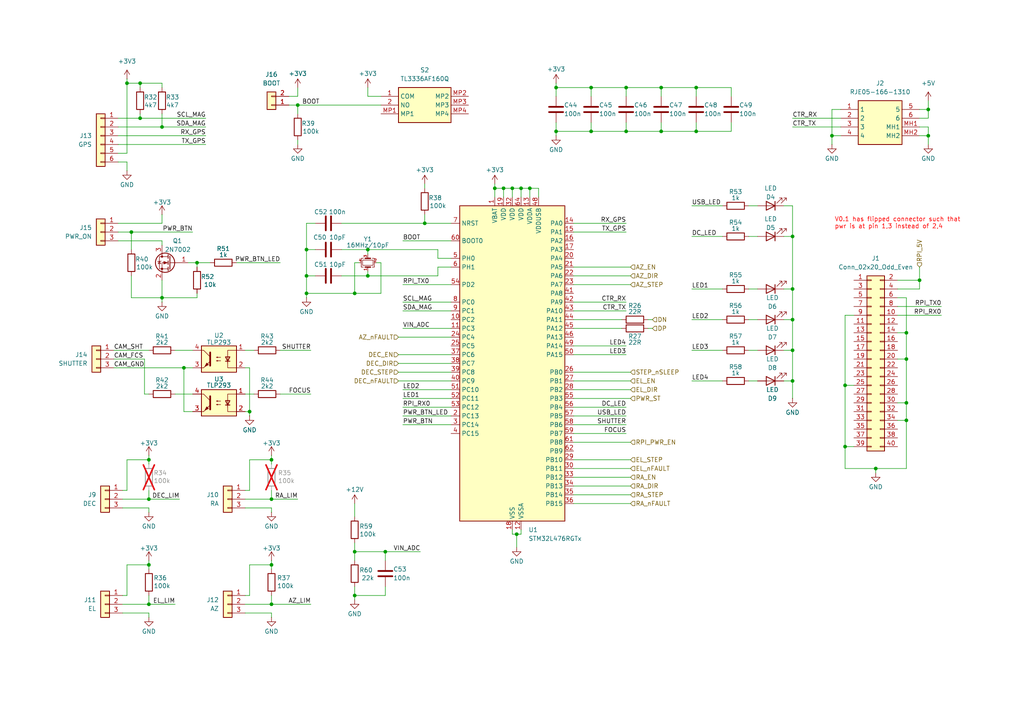
<source format=kicad_sch>
(kicad_sch (version 20250114) (generator "eeschema") (generator_version "9.0")
  (paper "A4")
  (text "V0.1 has flipped connector such that\npwr is at pin 1,3 instead of 2,4" (at 242.062 64.77 0) (effects (font (size 1.27 1.27)) (justify left)))
  (junction (at 102.87 160.02))
  (junction (at 43.18 144.78))
  (junction (at 40.64 34.29))
  (junction (at 229.87 110.49))
  (junction (at 241.3 39.37))
  (junction (at 201.93 38.1))
  (junction (at 269.24 39.37))
  (junction (at 151.13 54.61))
  (junction (at 266.7 81.28))
  (junction (at 43.18 175.26))
  (junction (at 262.89 121.92))
  (junction (at 43.18 163.83))
  (junction (at 40.64 24.13))
  (junction (at 111.76 160.02))
  (junction (at 229.87 83.82))
  (junction (at 191.77 38.1))
  (junction (at 106.68 80.01))
  (junction (at 229.87 68.58))
  (junction (at 57.15 76.2))
  (junction (at 78.74 175.26))
  (junction (at 86.36 30.48))
  (junction (at 148.59 54.61))
  (junction (at 245.11 111.76))
  (junction (at 102.87 85.09))
  (junction (at 181.61 38.1))
  (junction (at 171.45 38.1))
  (junction (at 88.9 85.09))
  (junction (at 38.1 67.31))
  (junction (at 146.05 54.61))
  (junction (at 262.89 104.14))
  (junction (at 254 135.89))
  (junction (at 78.74 163.83))
  (junction (at 262.89 96.52))
  (junction (at 72.39 119.38))
  (junction (at 43.18 133.35))
  (junction (at 78.74 133.35))
  (junction (at 181.61 25.4))
  (junction (at 262.89 116.84))
  (junction (at 78.74 144.78))
  (junction (at 171.45 25.4))
  (junction (at 161.29 38.1))
  (junction (at 269.24 31.75))
  (junction (at 245.11 129.54))
  (junction (at 229.87 92.71))
  (junction (at 153.67 54.61))
  (junction (at 106.68 72.39))
  (junction (at 46.99 86.36))
  (junction (at 191.77 25.4))
  (junction (at 201.93 25.4))
  (junction (at 143.51 54.61))
  (junction (at 88.9 80.01))
  (junction (at 149.86 154.94))
  (junction (at 36.83 24.13))
  (junction (at 102.87 172.72))
  (junction (at 53.34 106.68))
  (junction (at 46.99 36.83))
  (junction (at 88.9 72.39))
  (junction (at 123.19 64.77))
  (junction (at 229.87 101.6))
  (junction (at 161.29 25.4))
  (wire (pts (xy 151.13 54.61) (xy 151.13 57.15)))
  (wire (pts (xy 200.66 110.49) (xy 209.55 110.49)))
  (wire (pts (xy 127 77.47) (xy 127 80.01)))
  (wire (pts (xy 241.3 31.75) (xy 241.3 39.37)))
  (wire (pts (xy 35.56 177.8) (xy 43.18 177.8)))
  (wire (pts (xy 33.02 106.68) (xy 53.34 106.68)))
  (wire (pts (xy 143.51 54.61) (xy 146.05 54.61)))
  (wire (pts (xy 166.37 138.43) (xy 182.88 138.43)))
  (wire (pts (xy 161.29 39.37) (xy 161.29 38.1)))
  (wire (pts (xy 166.37 90.17) (xy 181.61 90.17)))
  (wire (pts (xy 102.87 146.05) (xy 102.87 149.86)))
  (wire (pts (xy 116.84 69.85) (xy 130.81 69.85)))
  (wire (pts (xy 229.87 68.58) (xy 229.87 83.82)))
  (wire (pts (xy 46.99 36.83) (xy 59.69 36.83)))
  (wire (pts (xy 212.09 25.4) (xy 212.09 27.94)))
  (wire (pts (xy 36.83 172.72) (xy 35.56 172.72)))
  (wire (pts (xy 266.7 39.37) (xy 269.24 39.37)))
  (wire (pts (xy 71.12 114.3) (xy 73.66 114.3)))
  (wire (pts (xy 102.87 85.09) (xy 110.49 85.09)))
  (wire (pts (xy 245.11 91.44) (xy 245.11 111.76)))
  (wire (pts (xy 161.29 35.56) (xy 161.29 38.1)))
  (wire (pts (xy 88.9 86.36) (xy 88.9 85.09)))
  (wire (pts (xy 201.93 25.4) (xy 212.09 25.4)))
  (wire (pts (xy 260.35 86.36) (xy 262.89 86.36)))
  (wire (pts (xy 191.77 25.4) (xy 201.93 25.4)))
  (wire (pts (xy 181.61 38.1) (xy 181.61 35.56)))
  (wire (pts (xy 245.11 111.76) (xy 247.65 111.76)))
  (wire (pts (xy 83.82 30.48) (xy 86.36 30.48)))
  (wire (pts (xy 151.13 154.94) (xy 151.13 153.67)))
  (wire (pts (xy 166.37 146.05) (xy 182.88 146.05)))
  (wire (pts (xy 116.84 123.19) (xy 130.81 123.19)))
  (wire (pts (xy 35.56 175.26) (xy 43.18 175.26)))
  (wire (pts (xy 161.29 25.4) (xy 171.45 25.4)))
  (wire (pts (xy 217.17 110.49) (xy 219.71 110.49)))
  (wire (pts (xy 102.87 160.02) (xy 102.87 162.56)))
  (wire (pts (xy 260.35 116.84) (xy 262.89 116.84)))
  (wire (pts (xy 34.29 41.91) (xy 59.69 41.91)))
  (wire (pts (xy 34.29 64.77) (xy 46.99 64.77)))
  (wire (pts (xy 72.39 119.38) (xy 72.39 120.65)))
  (wire (pts (xy 43.18 177.8) (xy 43.18 179.07)))
  (wire (pts (xy 171.45 25.4) (xy 181.61 25.4)))
  (wire (pts (xy 229.87 59.69) (xy 229.87 68.58)))
  (wire (pts (xy 200.66 92.71) (xy 209.55 92.71)))
  (wire (pts (xy 227.33 110.49) (xy 229.87 110.49)))
  (wire (pts (xy 40.64 25.4) (xy 40.64 24.13)))
  (wire (pts (xy 81.28 101.6) (xy 90.17 101.6)))
  (wire (pts (xy 260.35 81.28) (xy 266.7 81.28)))
  (wire (pts (xy 166.37 115.57) (xy 182.88 115.57)))
  (wire (pts (xy 166.37 120.65) (xy 181.61 120.65)))
  (wire (pts (xy 78.74 163.83) (xy 78.74 165.1)))
  (wire (pts (xy 260.35 104.14) (xy 262.89 104.14)))
  (wire (pts (xy 71.12 147.32) (xy 78.74 147.32)))
  (wire (pts (xy 191.77 25.4) (xy 191.77 27.94)))
  (wire (pts (xy 123.19 53.34) (xy 123.19 54.61)))
  (wire (pts (xy 50.8 114.3) (xy 55.88 114.3)))
  (wire (pts (xy 46.99 33.02) (xy 46.99 36.83)))
  (wire (pts (xy 106.68 72.39) (xy 99.06 72.39)))
  (wire (pts (xy 166.37 107.95) (xy 182.88 107.95)))
  (wire (pts (xy 217.17 83.82) (xy 219.71 83.82)))
  (wire (pts (xy 68.58 76.2) (xy 81.28 76.2)))
  (wire (pts (xy 166.37 118.11) (xy 181.61 118.11)))
  (wire (pts (xy 34.29 67.31) (xy 38.1 67.31)))
  (wire (pts (xy 43.18 142.24) (xy 43.18 144.78)))
  (wire (pts (xy 72.39 172.72) (xy 72.39 163.83)))
  (wire (pts (xy 149.86 154.94) (xy 151.13 154.94)))
  (wire (pts (xy 156.21 57.15) (xy 156.21 54.61)))
  (wire (pts (xy 247.65 91.44) (xy 245.11 91.44)))
  (wire (pts (xy 111.76 162.56) (xy 111.76 160.02)))
  (wire (pts (xy 43.18 133.35) (xy 43.18 134.62)))
  (wire (pts (xy 78.74 133.35) (xy 78.74 134.62)))
  (wire (pts (xy 260.35 83.82) (xy 266.7 83.82)))
  (wire (pts (xy 36.83 44.45) (xy 36.83 24.13)))
  (wire (pts (xy 71.12 175.26) (xy 78.74 175.26)))
  (wire (pts (xy 171.45 38.1) (xy 181.61 38.1)))
  (wire (pts (xy 153.67 54.61) (xy 156.21 54.61)))
  (wire (pts (xy 43.18 162.56) (xy 43.18 163.83)))
  (wire (pts (xy 161.29 24.13) (xy 161.29 25.4)))
  (wire (pts (xy 53.34 106.68) (xy 53.34 119.38)))
  (wire (pts (xy 106.68 80.01) (xy 106.68 78.74)))
  (wire (pts (xy 200.66 68.58) (xy 209.55 68.58)))
  (wire (pts (xy 260.35 91.44) (xy 273.05 91.44)))
  (wire (pts (xy 102.87 76.2) (xy 102.87 85.09)))
  (wire (pts (xy 181.61 25.4) (xy 181.61 27.94)))
  (wire (pts (xy 83.82 27.94) (xy 86.36 27.94)))
  (wire (pts (xy 116.84 95.25) (xy 130.81 95.25)))
  (wire (pts (xy 115.57 102.87) (xy 130.81 102.87)))
  (wire (pts (xy 166.37 135.89) (xy 182.88 135.89)))
  (wire (pts (xy 269.24 31.75) (xy 269.24 29.21)))
  (wire (pts (xy 171.45 38.1) (xy 171.45 35.56)))
  (wire (pts (xy 217.17 68.58) (xy 219.71 68.58)))
  (wire (pts (xy 166.37 92.71) (xy 180.34 92.71)))
  (wire (pts (xy 34.29 34.29) (xy 40.64 34.29)))
  (wire (pts (xy 116.84 90.17) (xy 130.81 90.17)))
  (wire (pts (xy 201.93 38.1) (xy 201.93 35.56)))
  (wire (pts (xy 33.02 101.6) (xy 43.18 101.6)))
  (wire (pts (xy 171.45 25.4) (xy 171.45 27.94)))
  (wire (pts (xy 217.17 59.69) (xy 219.71 59.69)))
  (wire (pts (xy 262.89 86.36) (xy 262.89 96.52)))
  (wire (pts (xy 99.06 80.01) (xy 106.68 80.01)))
  (wire (pts (xy 229.87 92.71) (xy 229.87 101.6)))
  (wire (pts (xy 166.37 87.63) (xy 181.61 87.63)))
  (wire (pts (xy 71.12 177.8) (xy 78.74 177.8)))
  (wire (pts (xy 229.87 34.29) (xy 243.84 34.29)))
  (wire (pts (xy 245.11 111.76) (xy 245.11 129.54)))
  (wire (pts (xy 36.83 142.24) (xy 36.83 133.35)))
  (wire (pts (xy 86.36 30.48) (xy 110.49 30.48)))
  (wire (pts (xy 36.83 172.72) (xy 36.83 163.83)))
  (wire (pts (xy 106.68 72.39) (xy 127 72.39)))
  (wire (pts (xy 72.39 106.68) (xy 72.39 119.38)))
  (wire (pts (xy 260.35 121.92) (xy 262.89 121.92)))
  (wire (pts (xy 86.36 27.94) (xy 86.36 25.4)))
  (wire (pts (xy 241.3 39.37) (xy 243.84 39.37)))
  (wire (pts (xy 38.1 67.31) (xy 38.1 72.39)))
  (wire (pts (xy 106.68 27.94) (xy 110.49 27.94)))
  (wire (pts (xy 201.93 25.4) (xy 201.93 27.94)))
  (wire (pts (xy 148.59 54.61) (xy 151.13 54.61)))
  (wire (pts (xy 78.74 177.8) (xy 78.74 179.07)))
  (wire (pts (xy 99.06 64.77) (xy 123.19 64.77)))
  (wire (pts (xy 102.87 85.09) (xy 88.9 85.09)))
  (wire (pts (xy 161.29 25.4) (xy 161.29 27.94)))
  (wire (pts (xy 260.35 96.52) (xy 262.89 96.52)))
  (wire (pts (xy 191.77 38.1) (xy 191.77 35.56)))
  (wire (pts (xy 36.83 46.99) (xy 36.83 49.53)))
  (wire (pts (xy 46.99 86.36) (xy 57.15 86.36)))
  (wire (pts (xy 115.57 97.79) (xy 130.81 97.79)))
  (wire (pts (xy 187.96 92.71) (xy 189.23 92.71)))
  (wire (pts (xy 146.05 54.61) (xy 148.59 54.61)))
  (wire (pts (xy 34.29 69.85) (xy 46.99 69.85)))
  (wire (pts (xy 78.74 142.24) (xy 78.74 144.78)))
  (wire (pts (xy 254 135.89) (xy 254 137.16)))
  (wire (pts (xy 72.39 142.24) (xy 72.39 133.35)))
  (wire (pts (xy 116.84 118.11) (xy 130.81 118.11)))
  (wire (pts (xy 110.49 76.2) (xy 109.22 76.2)))
  (wire (pts (xy 266.7 34.29) (xy 269.24 34.29)))
  (wire (pts (xy 116.84 82.55) (xy 130.81 82.55)))
  (wire (pts (xy 55.88 119.38) (xy 53.34 119.38)))
  (wire (pts (xy 166.37 82.55) (xy 182.88 82.55)))
  (wire (pts (xy 72.39 163.83) (xy 78.74 163.83)))
  (wire (pts (xy 111.76 172.72) (xy 102.87 172.72)))
  (wire (pts (xy 41.91 114.3) (xy 43.18 114.3)))
  (wire (pts (xy 102.87 76.2) (xy 104.14 76.2)))
  (wire (pts (xy 40.64 34.29) (xy 59.69 34.29)))
  (wire (pts (xy 57.15 77.47) (xy 57.15 76.2)))
  (wire (pts (xy 38.1 80.01) (xy 38.1 86.36)))
  (wire (pts (xy 106.68 25.4) (xy 106.68 27.94)))
  (wire (pts (xy 81.28 114.3) (xy 90.17 114.3)))
  (wire (pts (xy 166.37 133.35) (xy 182.88 133.35)))
  (wire (pts (xy 245.11 129.54) (xy 245.11 135.89)))
  (wire (pts (xy 227.33 101.6) (xy 229.87 101.6)))
  (wire (pts (xy 166.37 140.97) (xy 182.88 140.97)))
  (wire (pts (xy 241.3 41.91) (xy 241.3 39.37)))
  (wire (pts (xy 166.37 143.51) (xy 182.88 143.51)))
  (wire (pts (xy 166.37 77.47) (xy 182.88 77.47)))
  (wire (pts (xy 106.68 80.01) (xy 127 80.01)))
  (wire (pts (xy 149.86 154.94) (xy 149.86 158.75)))
  (wire (pts (xy 88.9 72.39) (xy 88.9 64.77)))
  (wire (pts (xy 115.57 107.95) (xy 130.81 107.95)))
  (wire (pts (xy 111.76 170.18) (xy 111.76 172.72)))
  (wire (pts (xy 212.09 38.1) (xy 212.09 35.56)))
  (wire (pts (xy 200.66 101.6) (xy 209.55 101.6)))
  (wire (pts (xy 36.83 163.83) (xy 43.18 163.83)))
  (wire (pts (xy 33.02 104.14) (xy 41.91 104.14)))
  (wire (pts (xy 166.37 64.77) (xy 181.61 64.77)))
  (wire (pts (xy 78.74 132.08) (xy 78.74 133.35)))
  (wire (pts (xy 43.18 175.26) (xy 50.8 175.26)))
  (wire (pts (xy 72.39 142.24) (xy 71.12 142.24)))
  (wire (pts (xy 38.1 67.31) (xy 55.88 67.31)))
  (wire (pts (xy 46.99 86.36) (xy 46.99 87.63)))
  (wire (pts (xy 43.18 163.83) (xy 43.18 165.1)))
  (wire (pts (xy 106.68 73.66) (xy 106.68 72.39)))
  (wire (pts (xy 86.36 40.64) (xy 86.36 41.91)))
  (wire (pts (xy 266.7 36.83) (xy 269.24 36.83)))
  (wire (pts (xy 91.44 72.39) (xy 88.9 72.39)))
  (wire (pts (xy 181.61 38.1) (xy 191.77 38.1)))
  (wire (pts (xy 262.89 121.92) (xy 262.89 135.89)))
  (wire (pts (xy 71.12 144.78) (xy 78.74 144.78)))
  (wire (pts (xy 217.17 92.71) (xy 219.71 92.71)))
  (wire (pts (xy 260.35 88.9) (xy 273.05 88.9)))
  (wire (pts (xy 57.15 86.36) (xy 57.15 85.09)))
  (wire (pts (xy 78.74 175.26) (xy 90.17 175.26)))
  (wire (pts (xy 78.74 162.56) (xy 78.74 163.83)))
  (wire (pts (xy 229.87 110.49) (xy 229.87 115.57)))
  (wire (pts (xy 181.61 25.4) (xy 191.77 25.4)))
  (wire (pts (xy 166.37 67.31) (xy 181.61 67.31)))
  (wire (pts (xy 43.18 172.72) (xy 43.18 175.26)))
  (wire (pts (xy 166.37 125.73) (xy 181.61 125.73)))
  (wire (pts (xy 227.33 92.71) (xy 229.87 92.71)))
  (wire (pts (xy 46.99 81.28) (xy 46.99 86.36)))
  (wire (pts (xy 102.87 172.72) (xy 102.87 173.99)))
  (wire (pts (xy 110.49 76.2) (xy 110.49 85.09)))
  (wire (pts (xy 88.9 72.39) (xy 88.9 80.01)))
  (wire (pts (xy 227.33 68.58) (xy 229.87 68.58)))
  (wire (pts (xy 88.9 85.09) (xy 88.9 80.01)))
  (wire (pts (xy 116.84 120.65) (xy 130.81 120.65)))
  (wire (pts (xy 43.18 132.08) (xy 43.18 133.35)))
  (wire (pts (xy 143.51 54.61) (xy 143.51 57.15)))
  (wire (pts (xy 43.18 144.78) (xy 52.07 144.78)))
  (wire (pts (xy 148.59 154.94) (xy 149.86 154.94)))
  (wire (pts (xy 88.9 64.77) (xy 91.44 64.77)))
  (wire (pts (xy 123.19 62.23) (xy 123.19 64.77)))
  (wire (pts (xy 166.37 95.25) (xy 180.34 95.25)))
  (wire (pts (xy 35.56 147.32) (xy 43.18 147.32)))
  (wire (pts (xy 151.13 54.61) (xy 153.67 54.61)))
  (wire (pts (xy 71.12 106.68) (xy 72.39 106.68)))
  (wire (pts (xy 88.9 80.01) (xy 91.44 80.01)))
  (wire (pts (xy 130.81 77.47) (xy 127 77.47)))
  (wire (pts (xy 201.93 38.1) (xy 212.09 38.1)))
  (wire (pts (xy 217.17 101.6) (xy 219.71 101.6)))
  (wire (pts (xy 115.57 110.49) (xy 130.81 110.49)))
  (wire (pts (xy 40.64 24.13) (xy 36.83 24.13)))
  (wire (pts (xy 36.83 142.24) (xy 35.56 142.24)))
  (wire (pts (xy 111.76 160.02) (xy 121.92 160.02)))
  (wire (pts (xy 43.18 147.32) (xy 43.18 148.59)))
  (wire (pts (xy 127 72.39) (xy 127 74.93)))
  (wire (pts (xy 115.57 105.41) (xy 130.81 105.41)))
  (wire (pts (xy 269.24 39.37) (xy 269.24 41.91)))
  (wire (pts (xy 148.59 153.67) (xy 148.59 154.94)))
  (wire (pts (xy 153.67 54.61) (xy 153.67 57.15)))
  (wire (pts (xy 40.64 33.02) (xy 40.64 34.29)))
  (wire (pts (xy 269.24 36.83) (xy 269.24 39.37)))
  (wire (pts (xy 41.91 104.14) (xy 41.91 114.3)))
  (wire (pts (xy 53.34 106.68) (xy 55.88 106.68)))
  (wire (pts (xy 262.89 135.89) (xy 254 135.89)))
  (wire (pts (xy 166.37 80.01) (xy 182.88 80.01)))
  (wire (pts (xy 245.11 135.89) (xy 254 135.89)))
  (wire (pts (xy 269.24 34.29) (xy 269.24 31.75)))
  (wire (pts (xy 71.12 119.38) (xy 72.39 119.38)))
  (wire (pts (xy 262.89 116.84) (xy 262.89 121.92)))
  (wire (pts (xy 72.39 172.72) (xy 71.12 172.72)))
  (wire (pts (xy 166.37 113.03) (xy 182.88 113.03)))
  (wire (pts (xy 46.99 64.77) (xy 46.99 62.23)))
  (wire (pts (xy 116.84 87.63) (xy 130.81 87.63)))
  (wire (pts (xy 36.83 133.35) (xy 43.18 133.35)))
  (wire (pts (xy 266.7 81.28) (xy 266.7 77.47)))
  (wire (pts (xy 102.87 157.48) (xy 102.87 160.02)))
  (wire (pts (xy 123.19 64.77) (xy 130.81 64.77)))
  (wire (pts (xy 262.89 104.14) (xy 262.89 116.84)))
  (wire (pts (xy 146.05 54.61) (xy 146.05 57.15)))
  (wire (pts (xy 78.74 144.78) (xy 86.36 144.78)))
  (wire (pts (xy 73.66 101.6) (xy 71.12 101.6)))
  (wire (pts (xy 166.37 128.27) (xy 182.88 128.27)))
  (wire (pts (xy 34.29 39.37) (xy 59.69 39.37)))
  (wire (pts (xy 148.59 54.61) (xy 148.59 57.15)))
  (wire (pts (xy 166.37 102.87) (xy 181.61 102.87)))
  (wire (pts (xy 46.99 25.4) (xy 46.99 24.13)))
  (wire (pts (xy 102.87 170.18) (xy 102.87 172.72)))
  (wire (pts (xy 46.99 24.13) (xy 40.64 24.13)))
  (wire (pts (xy 243.84 31.75) (xy 241.3 31.75)))
  (wire (pts (xy 102.87 160.02) (xy 111.76 160.02)))
  (wire (pts (xy 166.37 100.33) (xy 181.61 100.33)))
  (wire (pts (xy 245.11 129.54) (xy 247.65 129.54)))
  (wire (pts (xy 35.56 144.78) (xy 43.18 144.78)))
  (wire (pts (xy 54.61 76.2) (xy 57.15 76.2)))
  (wire (pts (xy 78.74 172.72) (xy 78.74 175.26)))
  (wire (pts (xy 34.29 46.99) (xy 36.83 46.99)))
  (wire (pts (xy 161.29 38.1) (xy 171.45 38.1)))
  (wire (pts (xy 86.36 30.48) (xy 86.36 33.02)))
  (wire (pts (xy 143.51 53.34) (xy 143.51 54.61)))
  (wire (pts (xy 34.29 36.83) (xy 46.99 36.83)))
  (wire (pts (xy 57.15 76.2) (xy 60.96 76.2)))
  (wire (pts (xy 36.83 22.86) (xy 36.83 24.13)))
  (wire (pts (xy 266.7 31.75) (xy 269.24 31.75)))
  (wire (pts (xy 191.77 38.1) (xy 201.93 38.1)))
  (wire (pts (xy 227.33 83.82) (xy 229.87 83.82)))
  (wire (pts (xy 187.96 95.25) (xy 189.23 95.25)))
  (wire (pts (xy 166.37 110.49) (xy 182.88 110.49)))
  (wire (pts (xy 200.66 59.69) (xy 209.55 59.69)))
  (wire (pts (xy 116.84 115.57) (xy 130.81 115.57)))
  (wire (pts (xy 38.1 86.36) (xy 46.99 86.36)))
  (wire (pts (xy 50.8 101.6) (xy 55.88 101.6)))
  (wire (pts (xy 46.99 69.85) (xy 46.99 71.12)))
  (wire (pts (xy 78.74 147.32) (xy 78.74 148.59)))
  (wire (pts (xy 116.84 113.03) (xy 130.81 113.03)))
  (wire (pts (xy 34.29 44.45) (xy 36.83 44.45)))
  (wire (pts (xy 262.89 96.52) (xy 262.89 104.14)))
  (wire (pts (xy 229.87 36.83) (xy 243.84 36.83)))
  (wire (pts (xy 229.87 101.6) (xy 229.87 110.49)))
  (wire (pts (xy 72.39 133.35) (xy 78.74 133.35)))
  (wire (pts (xy 127 74.93) (xy 130.81 74.93)))
  (wire (pts (xy 166.37 123.19) (xy 181.61 123.19)))
  (wire (pts (xy 200.66 83.82) (xy 209.55 83.82)))
  (wire (pts (xy 229.87 83.82) (xy 229.87 92.71)))
  (wire (pts (xy 266.7 83.82) (xy 266.7 81.28)))
  (wire (pts (xy 227.33 59.69) (xy 229.87 59.69)))
  (label "RPI_RX0" (at 273.05 91.44 180))
  (label "AZ_LIM" (at 90.17 175.26 180))
  (label "USB_LED" (at 181.61 120.65 180))
  (label "RX_GPS" (at 59.69 39.37 180))
  (label "CAM_GND" (at 33.02 106.68 0))
  (label "RX_GPS" (at 181.61 64.77 180))
  (label "DC_LED" (at 181.61 118.11 180))
  (label "FOCUS" (at 181.61 125.73 180))
  (label "CTR_RX" (at 229.87 34.29 0))
  (label "PWR_BTN_LED" (at 116.84 120.65 0))
  (label "PWR_BTN" (at 116.84 123.19 0))
  (label "LED1" (at 116.84 115.57 0))
  (label "CTR_TX" (at 229.87 36.83 0))
  (label "TX_GPS" (at 181.61 67.31 180))
  (label "EL_LIM" (at 50.8 175.26 180))
  (label "LED2" (at 116.84 113.03 0))
  (label "DC_LED" (at 200.66 68.58 0))
  (label "CAM_FCS" (at 33.02 104.14 0))
  (label "RPI_TX0" (at 273.05 88.9 180))
  (label "FOCUS" (at 90.17 114.3 180))
  (label "SCL_MAG" (at 59.69 34.29 180))
  (label "BOOT" (at 92.71 30.48 180))
  (label "LED3" (at 200.66 101.6 0))
  (label "DEC_LIM" (at 52.07 144.78 180))
  (label "RA_LIM" (at 86.36 144.78 180))
  (label "RPI_TX0" (at 116.84 82.55 0))
  (label "VIN_ADC" (at 116.84 95.25 0))
  (label "LED4" (at 181.61 100.33 180))
  (label "RPI_RX0" (at 116.84 118.11 0))
  (label "VIN_ADC" (at 121.92 160.02 180))
  (label "PWR_BTN" (at 55.88 67.31 180))
  (label "LED1" (at 200.66 83.82 0))
  (label "LED3" (at 181.61 102.87 180))
  (label "LED2" (at 200.66 92.71 0))
  (label "CAM_SHT" (at 33.02 101.6 0))
  (label "SHUTTER" (at 181.61 123.19 180))
  (label "SDA_MAG" (at 116.84 90.17 0))
  (label "PWR_BTN_LED" (at 81.28 76.2 180))
  (label "SHUTTER" (at 90.17 101.6 180))
  (label "CTR_RX" (at 181.61 87.63 180))
  (label "CTR_TX" (at 181.61 90.17 180))
  (label "USB_LED" (at 200.66 59.69 0))
  (label "SDA_MAG" (at 59.69 36.83 180))
  (label "BOOT" (at 116.84 69.85 0))
  (label "TX_GPS" (at 59.69 41.91 180))
  (label "SCL_MAG" (at 116.84 87.63 0))
  (label "LED4" (at 200.66 110.49 0))
  (hierarchical_label "EL_EN" (shape input) (at 182.88 110.49 0))
  (hierarchical_label "DEC_nFAULT" (shape input) (at 115.57 110.49 180))
  (hierarchical_label "AZ_STEP" (shape input) (at 182.88 82.55 0))
  (hierarchical_label "DEC_DIR" (shape input) (at 115.57 105.41 180))
  (hierarchical_label "RA_STEP" (shape input) (at 182.88 143.51 0))
  (hierarchical_label "RA_nFAULT" (shape input) (at 182.88 146.05 0))
  (hierarchical_label "EL_nFAULT" (shape input) (at 182.88 135.89 0))
  (hierarchical_label "AZ_EN" (shape input) (at 182.88 77.47 0))
  (hierarchical_label "AZ_DIR" (shape input) (at 182.88 80.01 0))
  (hierarchical_label "DEC_EN" (shape input) (at 115.57 102.87 180))
  (hierarchical_label "RA_DIR" (shape input) (at 182.88 140.97 0))
  (hierarchical_label "RPI_PWR_EN" (shape input) (at 182.88 128.27 0))
  (hierarchical_label "RA_EN" (shape input) (at 182.88 138.43 0))
  (hierarchical_label "DN" (shape input) (at 189.23 92.71 0))
  (hierarchical_label "RPI_5V" (shape input) (at 266.7 77.47 90))
  (hierarchical_label "EL_DIR" (shape input) (at 182.88 113.03 0))
  (hierarchical_label "AZ_nFAULT" (shape input) (at 115.57 97.79 180))
  (hierarchical_label "STEP_nSLEEP" (shape input) (at 182.88 107.95 0))
  (hierarchical_label "EL_STEP" (shape input) (at 182.88 133.35 0))
  (hierarchical_label "DP" (shape input) (at 189.23 95.25 0))
  (hierarchical_label "PWR_ST" (shape input) (at 182.88 115.57 0))
  (hierarchical_label "DEC_STEP" (shape input) (at 115.57 107.95 180))
  (symbol (lib_id "power:GND") (at 102.87 173.99 0) (mirror y) (unit 1)
    (property "Reference" "#PWR085" (effects (hide yes)))
    (property "Value" "GND" (at 102.87 178.054 0))
    (property "Description" "Power symbol creates a global label with name \"GND\" , ground" (effects (hide yes)))
  )
  (symbol (lib_id "Connector_Generic:Conn_01x03") (at 66.04 175.26 0) (mirror y) (unit 1)
    (property "Reference" "J12" (at 63.5 173.9899 0) (effects (justify left)))
    (property "Value" "AZ" (at 63.5 176.5299 0) (effects (justify left)))
    (property "Footprint" "Connector_JST:JST_PH_B3B-PH-K_1x03_P2.00mm_Vertical" (effects (hide yes)))
    (property "Description" "Generic connector, single row, 01x03, script generated (kicad-library-utils/schlib/autogen/connector/)" (effects (hide yes)))
  )
  (symbol (lib_id "Device:C") (at 191.77 31.75 0) (unit 1)
    (property "Reference" "C47" (at 194.056 30.48 0) (effects (justify left)))
    (property "Value" "100n" (at 194.056 33.02 0) (effects (justify left)))
    (property "Footprint" "Capacitor_SMD:C_0402_1005Metric" (effects (hide yes)))
    (property "Description" "Unpolarized capacitor" (effects (hide yes)))
  )
  (symbol (lib_id "power:GND") (at 36.83 49.53 0) (mirror y) (unit 1)
    (property "Reference" "#PWR062" (effects (hide yes)))
    (property "Value" "GND" (at 36.83 53.594 0))
    (property "Description" "Power symbol creates a global label with name \"GND\" , ground" (effects (hide yes)))
  )
  (symbol (lib_id "Transistor_FET:2N7002") (at 49.53 76.2 0) (mirror y) (unit 1)
    (property "Reference" "Q1" (at 52.832 69.85 0) (effects (justify left)))
    (property "Value" "2N7002" (at 55.372 72.39 0) (effects (justify left)))
    (property "Footprint" "Package_TO_SOT_SMD:SOT-323_SC-70" (effects (hide yes)))
    (property "Datasheet" "https://www.onsemi.com/pub/Collateral/NDS7002A-D.PDF" (effects (hide yes)))
    (property "Description" "0.115A Id, 60V Vds, N-Channel MOSFET, SOT-23" (effects (hide yes)))
  )
  (symbol (lib_id "power:+12V") (at 102.87 146.05 0) (unit 1)
    (property "Reference" "#PWR084" (effects (hide yes)))
    (property "Value" "+12V" (at 102.87 141.986 0))
    (property "Description" "Power symbol creates a global label with name \"+12V\"" (effects (hide yes)))
  )
  (symbol (lib_id "power:GND") (at 88.9 86.36 0) (mirror y) (unit 1)
    (property "Reference" "#PWR061" (effects (hide yes)))
    (property "Value" "GND" (at 88.9 90.424 0))
    (property "Description" "Power symbol creates a global label with name \"GND\" , ground" (effects (hide yes)))
  )
  (symbol (lib_id "power:+3V3") (at 143.51 53.34 0) (unit 1)
    (property "Reference" "#PWR057" (effects (hide yes)))
    (property "Value" "+3V3" (at 143.51 49.276 0))
    (property "Description" "Power symbol creates a global label with name \"+3V3\"" (effects (hide yes)))
  )
  (symbol (lib_id "Connector_Generic:Conn_02x20_Odd_Even") (at 252.73 104.14 0) (unit 1)
    (property "Reference" "J1" (at 254 74.93 0))
    (property "Value" "Conn_02x20_Odd_Even" (at 254 77.47 0))
    (property "Footprint" "Connector_PinSocket_2.54mm:PinSocket_2x20_P2.54mm_Vertical" (effects (hide yes)))
    (property "Description" "Generic connector, double row, 02x20, odd/even pin numbering scheme (row 1 odd numbers, row 2 even numbers), script generated (kicad-library-utils/schlib/autogen/connector/)" (effects (hide yes)))
  )
  (symbol (lib_id "Device:R") (at 46.99 101.6 270) (unit 1)
    (property "Reference" "R41" (at 46.99 97.536 90))
    (property "Value" "2k2" (at 46.99 99.314 90))
    (property "Footprint" "Resistor_SMD:R_0402_1005Metric" (effects (hide yes)))
    (property "Description" "Resistor" (effects (hide yes)))
  )
  (symbol (lib_id "power:GND") (at 72.39 120.65 0) (mirror y) (unit 1)
    (property "Reference" "#PWR079" (effects (hide yes)))
    (property "Value" "GND" (at 72.39 124.714 0))
    (property "Description" "Power symbol creates a global label with name \"GND\" , ground" (effects (hide yes)))
  )
  (symbol (lib_id "Device:LED") (at 223.52 110.49 180) (unit 1)
    (property "Reference" "D9" (at 224.028 115.57 0))
    (property "Value" "LED" (at 224.028 113.03 0))
    (property "Footprint" "LED_SMD:LED_0603_1608Metric" (effects (hide yes)))
    (property "Description" "Light emitting diode" (effects (hide yes)))
    (property "Sim.Pins" "1=K 2=A" (effects (hide yes)))
  )
  (symbol (lib_id "Device:R") (at 102.87 166.37 0) (unit 1)
    (property "Reference" "R60" (at 106.172 165.354 0))
    (property "Value" "22k" (at 106.68 167.64 0))
    (property "Footprint" "Resistor_SMD:R_0402_1005Metric" (effects (hide yes)))
    (property "Description" "Resistor" (effects (hide yes)))
  )
  (symbol (lib_id "power:+3V3") (at 106.68 25.4 0) (unit 1)
    (property "Reference" "#PWR081" (effects (hide yes)))
    (property "Value" "+3V3" (at 106.68 21.336 0))
    (property "Description" "Power symbol creates a global label with name \"+3V3\"" (effects (hide yes)))
  )
  (symbol (lib_id "Device:C") (at 201.93 31.75 0) (unit 1)
    (property "Reference" "C48" (at 204.216 30.48 0) (effects (justify left)))
    (property "Value" "100n" (at 204.216 33.02 0) (effects (justify left)))
    (property "Footprint" "Capacitor_SMD:C_0402_1005Metric" (effects (hide yes)))
    (property "Description" "Unpolarized capacitor" (effects (hide yes)))
  )
  (symbol (lib_id "Device:C") (at 161.29 31.75 0) (unit 1)
    (property "Reference" "C44" (at 163.576 30.48 0) (effects (justify left)))
    (property "Value" "100n" (at 163.576 33.02 0) (effects (justify left)))
    (property "Footprint" "Capacitor_SMD:C_0402_1005Metric" (effects (hide yes)))
    (property "Description" "Unpolarized capacitor" (effects (hide yes)))
  )
  (symbol (lib_id "power:+3V3") (at 36.83 22.86 0) (unit 1)
    (property "Reference" "#PWR063" (effects (hide yes)))
    (property "Value" "+3V3" (at 36.83 17.78 0))
    (property "Description" "Power symbol creates a global label with name \"+3V3\"" (effects (hide yes)))
  )
  (symbol (lib_id "power:GND") (at 78.74 148.59 0) (mirror y) (unit 1)
    (property "Reference" "#PWR071" (effects (hide yes)))
    (property "Value" "GND" (at 78.74 152.654 0))
    (property "Description" "Power symbol creates a global label with name \"GND\" , ground" (effects (hide yes)))
  )
  (symbol (lib_id "power:+3V3") (at 123.19 53.34 0) (unit 1)
    (property "Reference" "#PWR073" (effects (hide yes)))
    (property "Value" "+3V3" (at 123.19 49.276 0))
    (property "Description" "Power symbol creates a global label with name \"+3V3\"" (effects (hide yes)))
  )
  (symbol (lib_id "Device:R") (at 77.47 114.3 270) (unit 1)
    (property "Reference" "R44" (at 77.47 110.236 90))
    (property "Value" "2k2" (at 77.47 112.014 90))
    (property "Footprint" "Resistor_SMD:R_0402_1005Metric" (effects (hide yes)))
    (property "Description" "Resistor" (effects (hide yes)))
  )
  (symbol (lib_id "Device:R") (at 38.1 76.2 180) (unit 1)
    (property "Reference" "R40" (at 41.148 75.184 0))
    (property "Value" "100k" (at 41.91 77.47 0))
    (property "Footprint" "Resistor_SMD:R_0402_1005Metric" (effects (hide yes)))
    (property "Description" "Resistor" (effects (hide yes)))
  )
  (symbol (lib_id "MCU_ST_STM32L4:STM32L476RGTx") (at 148.59 105.41 0) (unit 1)
    (property "Reference" "U1" (at 153.2733 153.67 0) (effects (justify left)))
    (property "Value" "STM32L476RGTx" (at 153.2733 156.21 0) (effects (justify left)))
    (property "Footprint" "Package_QFP:LQFP-64_10x10mm_P0.5mm" (effects (hide yes)))
    (property "Datasheet" "https://www.st.com/resource/en/datasheet/stm32l476rg.pdf" (effects (hide yes)))
    (property "Description" "STMicroelectronics Arm Cortex-M4 MCU, 1024KB flash, 128KB RAM, 80 MHz, 1.71-3.6V, 51 GPIO, LQFP64" (effects (hide yes)))
  )
  (symbol (lib_id "Device:C") (at 95.25 72.39 90) (unit 1)
    (property "Reference" "C50" (at 94.742 68.834 90) (effects (justify left)))
    (property "Value" "10pF" (at 100.33 68.834 90) (effects (justify left)))
    (property "Footprint" "Capacitor_SMD:C_0402_1005Metric" (effects (hide yes)))
    (property "Description" "Unpolarized capacitor" (effects (hide yes)))
  )
  (symbol (lib_id "power:GND") (at 149.86 158.75 0) (mirror y) (unit 1)
    (property "Reference" "#PWR056" (effects (hide yes)))
    (property "Value" "GND" (at 149.86 162.814 0))
    (property "Description" "Power symbol creates a global label with name \"GND\" , ground" (effects (hide yes)))
  )
  (symbol (lib_id "power:GND") (at 254 137.16 0) (mirror y) (unit 1)
    (property "Reference" "#PWR060" (effects (hide yes)))
    (property "Value" "GND" (at 254 141.224 0))
    (property "Description" "Power symbol creates a global label with name \"GND\" , ground" (effects (hide yes)))
  )
  (symbol (lib_id "Device:R") (at 213.36 110.49 270) (unit 1)
    (property "Reference" "R58" (at 213.36 106.426 90))
    (property "Value" "1k" (at 213.36 108.204 90))
    (property "Footprint" "Resistor_SMD:R_0402_1005Metric" (effects (hide yes)))
    (property "Description" "Resistor" (effects (hide yes)))
  )
  (symbol (lib_id "power:GND") (at 161.29 39.37 0) (mirror y) (unit 1)
    (property "Reference" "#PWR059" (effects (hide yes)))
    (property "Value" "GND" (at 161.29 43.434 0))
    (property "Description" "Power symbol creates a global label with name \"GND\" , ground" (effects (hide yes)))
  )
  (symbol (lib_id "power:GND") (at 229.87 115.57 0) (mirror y) (unit 1)
    (property "Reference" "#PWR082" (effects (hide yes)))
    (property "Value" "GND" (at 229.87 119.634 0))
    (property "Description" "Power symbol creates a global label with name \"GND\" , ground" (effects (hide yes)))
  )
  (symbol (lib_id "power:+3V3") (at 43.18 162.56 0) (unit 1)
    (property "Reference" "#PWR067" (effects (hide yes)))
    (property "Value" "+3V3" (at 43.18 159.004 0))
    (property "Description" "Power symbol creates a global label with name \"+3V3\"" (effects (hide yes)))
  )
  (symbol (lib_id "Device:R") (at 102.87 153.67 0) (unit 1)
    (property "Reference" "R59" (at 106.172 152.654 0))
    (property "Value" "100k" (at 106.68 154.94 0))
    (property "Footprint" "Resistor_SMD:R_0402_1005Metric" (effects (hide yes)))
    (property "Description" "Resistor" (effects (hide yes)))
  )
  (symbol (lib_id "power:+5V") (at 269.24 29.21 0) (mirror y) (unit 1)
    (property "Reference" "#PWR077" (effects (hide yes)))
    (property "Value" "+5V" (at 269.24 24.13 0))
    (property "Description" "Power symbol creates a global label with name \"+5V\"" (effects (hide yes)))
  )
  (symbol (lib_id "Device:R") (at 43.18 168.91 0) (unit 1)
    (property "Reference" "R36" (at 46.482 167.64 0))
    (property "Value" "100k" (at 46.99 169.926 0))
    (property "Footprint" "Resistor_SMD:R_0402_1005Metric" (effects (hide yes)))
    (property "Description" "Resistor" (effects (hide yes)))
  )
  (symbol (lib_id "Device:R") (at 86.36 36.83 180) (unit 1)
    (property "Reference" "R39" (at 89.408 35.814 0))
    (property "Value" "100k" (at 90.17 38.1 0))
    (property "Footprint" "Resistor_SMD:R_0402_1005Metric" (effects (hide yes)))
    (property "Description" "Resistor" (effects (hide yes)))
  )
  (symbol (lib_id "Device:R") (at 213.36 83.82 270) (unit 1)
    (property "Reference" "R55" (at 213.36 79.756 90))
    (property "Value" "1k" (at 213.36 81.534 90))
    (property "Footprint" "Resistor_SMD:R_0402_1005Metric" (effects (hide yes)))
    (property "Description" "Resistor" (effects (hide yes)))
  )
  (symbol (lib_id "Device:LED") (at 223.52 92.71 180) (unit 1)
    (property "Reference" "D7" (at 224.028 97.79 0))
    (property "Value" "LED" (at 224.028 95.25 0))
    (property "Footprint" "LED_SMD:LED_0603_1608Metric" (effects (hide yes)))
    (property "Description" "Light emitting diode" (effects (hide yes)))
    (property "Sim.Pins" "1=K 2=A" (effects (hide yes)))
  )
  (symbol (lib_id "Device:R") (at 78.74 138.43 0) (unit 1) (dnp yes)
    (property "Reference" "R35" (at 82.55 137.16 0))
    (property "Value" "100k" (at 83.058 139.446 0))
    (property "Footprint" "Resistor_SMD:R_0402_1005Metric" (effects (hide yes)))
    (property "Description" "Resistor" (effects (hide yes)))
  )
  (symbol (lib_id "Device:R") (at 64.77 76.2 270) (unit 1)
    (property "Reference" "R51" (at 64.77 72.136 90))
    (property "Value" "1k" (at 64.77 73.914 90))
    (property "Footprint" "Resistor_SMD:R_0402_1005Metric" (effects (hide yes)))
    (property "Description" "Resistor" (effects (hide yes)))
  )
  (symbol (lib_id "Device:R") (at 213.36 59.69 270) (unit 1)
    (property "Reference" "R53" (at 213.36 55.626 90))
    (property "Value" "1k" (at 213.36 57.404 90))
    (property "Footprint" "Resistor_SMD:R_0402_1005Metric" (effects (hide yes)))
    (property "Description" "Resistor" (effects (hide yes)))
  )
  (symbol (lib_id "Device:R") (at 43.18 138.43 0) (unit 1) (dnp yes)
    (property "Reference" "R34" (at 46.482 137.16 0))
    (property "Value" "100k" (at 46.99 139.446 0))
    (property "Footprint" "Resistor_SMD:R_0402_1005Metric" (effects (hide yes)))
    (property "Description" "Resistor" (effects (hide yes)))
  )
  (symbol (lib_id "Device:R") (at 184.15 95.25 90) (unit 1)
    (property "Reference" "R27" (at 184.15 97.536 90))
    (property "Value" "22R" (at 184.15 99.314 90))
    (property "Footprint" "Resistor_SMD:R_0402_1005Metric" (effects (hide yes)))
    (property "Description" "Resistor" (effects (hide yes)))
  )
  (symbol (lib_id "Device:R") (at 46.99 29.21 180) (unit 1)
    (property "Reference" "R33" (at 50.038 28.194 0))
    (property "Value" "4k7" (at 50.038 30.48 0))
    (property "Footprint" "Resistor_SMD:R_0402_1005Metric" (effects (hide yes)))
    (property "Description" "Resistor" (effects (hide yes)))
  )
  (symbol (lib_id "SamacSys_Parts:TL3336AF160Q") (at 110.49 27.94 0) (unit 1)
    (property "Reference" "S2" (at 123.19 20.32 0))
    (property "Value" "TL3336AF160Q" (at 123.19 22.86 0))
    (property "Footprint" "TL3336AF160Q" (effects (hide yes)))
    (property "Datasheet" "https://configured-product-images.s3.amazonaws.com/2D/specs/TL3336AF160Q.pdf" (effects (hide yes)))
    (property "Description" "TACT, 50mA, 12VDC SPST-NO, Off-(On) Surface Mount, Right Angle" (effects (hide yes)))
    (property "Height" "7.35" (effects (hide yes)))
    (property "Mouser Part Number" "612-TL3336AF160Q" (effects (hide yes)))
    (property "Mouser Price/Stock" "https://www.mouser.co.uk/ProductDetail/E-Switch/TL3336AF160Q?qs=iLbezkQI%252Bshf0NMs3%252BGhxA%3D%3D" (effects (hide yes)))
    (property "Manufacturer_Name" "E-Switch" (effects (hide yes)))
    (property "Manufacturer_Part_Number" "TL3336AF160Q" (effects (hide yes)))
  )
  (symbol (lib_id "Device:R") (at 213.36 101.6 270) (unit 1)
    (property "Reference" "R57" (at 213.36 97.536 90))
    (property "Value" "1k" (at 213.36 99.314 90))
    (property "Footprint" "Resistor_SMD:R_0402_1005Metric" (effects (hide yes)))
    (property "Description" "Resistor" (effects (hide yes)))
  )
  (symbol (lib_id "Isolator:TLP293") (at 63.5 104.14 0) (mirror y) (unit 1)
    (property "Reference" "U2" (at 63.5 97.282 0))
    (property "Value" "TLP293" (at 63.5 99.314 0))
    (property "Footprint" "Package_SO:SOIC-4_4.55x2.6mm_P1.27mm" (effects (hide yes)))
    (property "Datasheet" "https://toshiba.semicon-storage.com/info/TLP293_datasheet_en_20191129.pdf?did=14419&prodName=TLP293" (effects (hide yes)))
    (property "Description" "DC Optocoupler, Vce 80V, CTR 50-100%, SOP4" (effects (hide yes)))
  )
  (symbol (lib_id "Connector_Generic:Conn_01x03") (at 66.04 144.78 0) (mirror y) (unit 1)
    (property "Reference" "J10" (at 63.5 143.5099 0) (effects (justify left)))
    (property "Value" "RA" (at 63.5 146.0499 0) (effects (justify left)))
    (property "Footprint" "Connector_JST:JST_PH_B3B-PH-K_1x03_P2.00mm_Vertical" (effects (hide yes)))
    (property "Description" "Generic connector, single row, 01x03, script generated (kicad-library-utils/schlib/autogen/connector/)" (effects (hide yes)))
  )
  (symbol (lib_id "Connector_Generic:Conn_01x06") (at 29.21 39.37 0) (mirror y) (unit 1)
    (property "Reference" "J13" (at 26.67 39.3699 0) (effects (justify left)))
    (property "Value" "GPS" (at 26.67 41.9099 0) (effects (justify left)))
    (property "Footprint" "Connector_JST:JST_PH_B6B-PH-K_1x06_P2.00mm_Vertical" (effects (hide yes)))
    (property "Description" "Generic connector, single row, 01x06, script generated (kicad-library-utils/schlib/autogen/connector/)" (effects (hide yes)))
  )
  (symbol (lib_id "Device:R") (at 40.64 29.21 180) (unit 1)
    (property "Reference" "R32" (at 43.688 28.194 0))
    (property "Value" "4k7" (at 43.688 30.48 0))
    (property "Footprint" "Resistor_SMD:R_0402_1005Metric" (effects (hide yes)))
    (property "Description" "Resistor" (effects (hide yes)))
  )
  (symbol (lib_id "Device:LED") (at 223.52 83.82 180) (unit 1)
    (property "Reference" "D6" (at 224.028 88.9 0))
    (property "Value" "LED" (at 224.028 86.36 0))
    (property "Footprint" "LED_SMD:LED_0603_1608Metric" (effects (hide yes)))
    (property "Description" "Light emitting diode" (effects (hide yes)))
    (property "Sim.Pins" "1=K 2=A" (effects (hide yes)))
  )
  (symbol (lib_id "power:+3V3") (at 78.74 132.08 0) (unit 1)
    (property "Reference" "#PWR066" (effects (hide yes)))
    (property "Value" "+3V3" (at 78.74 128.524 0))
    (property "Description" "Power symbol creates a global label with name \"+3V3\"" (effects (hide yes)))
  )
  (symbol (lib_id "power:+3V3") (at 43.18 132.08 0) (unit 1)
    (property "Reference" "#PWR064" (effects (hide yes)))
    (property "Value" "+3V3" (at 43.18 128.524 0))
    (property "Description" "Power symbol creates a global label with name \"+3V3\"" (effects (hide yes)))
  )
  (symbol (lib_id "Connector_Generic:Conn_01x03") (at 30.48 144.78 0) (mirror y) (unit 1)
    (property "Reference" "J9" (at 27.94 143.5099 0) (effects (justify left)))
    (property "Value" "DEC" (at 27.94 146.0499 0) (effects (justify left)))
    (property "Footprint" "Connector_JST:JST_PH_B3B-PH-K_1x03_P2.00mm_Vertical" (effects (hide yes)))
    (property "Description" "Generic connector, single row, 01x03, script generated (kicad-library-utils/schlib/autogen/connector/)" (effects (hide yes)))
  )
  (symbol (lib_id "SamacSys_Parts:RJE05-166-1310") (at 243.84 31.75 0) (unit 1)
    (property "Reference" "J2" (at 255.27 24.13 0))
    (property "Value" "RJE05-166-1310" (at 255.27 26.67 0))
    (property "Footprint" "RJE051661310" (effects (hide yes)))
    (property "Datasheet" "https://componentsearchengine.com/Datasheets/1/RJE05-166-1310.pdf" (effects (hide yes)))
    (property "Description" "Modular Connectors / Ethernet Connectors Contacts:6;shield RA TH;PCB mnt" (effects (hide yes)))
    (property "Height" "11.75" (effects (hide yes)))
    (property "Mouser Part Number" "523-RJE05-166-1310" (effects (hide yes)))
    (property "Mouser Price/Stock" "https://www.mouser.co.uk/ProductDetail/Amphenol-Commercial-Products/RJE05-166-1310?qs=oGPfoFmS6kRLE7ovCxm8Ng%3D%3D" (effects (hide yes)))
    (property "Manufacturer_Name" "Amphenol" (effects (hide yes)))
    (property "Manufacturer_Part_Number" "RJE05-166-1310" (effects (hide yes)))
  )
  (symbol (lib_id "power:+3V3") (at 46.99 62.23 0) (unit 1)
    (property "Reference" "#PWR076" (effects (hide yes)))
    (property "Value" "+3V3" (at 46.99 58.674 0))
    (property "Description" "Power symbol creates a global label with name \"+3V3\"" (effects (hide yes)))
  )
  (symbol (lib_id "Device:C") (at 111.76 166.37 0) (unit 1)
    (property "Reference" "C53" (at 114.046 165.1 0) (effects (justify left)))
    (property "Value" "100n" (at 114.046 167.64 0) (effects (justify left)))
    (property "Footprint" "Capacitor_SMD:C_0402_1005Metric" (effects (hide yes)))
    (property "Description" "Unpolarized capacitor" (effects (hide yes)))
  )
  (symbol (lib_id "Device:C") (at 181.61 31.75 0) (unit 1)
    (property "Reference" "C46" (at 183.896 30.48 0) (effects (justify left)))
    (property "Value" "100n" (at 183.896 33.02 0) (effects (justify left)))
    (property "Footprint" "Capacitor_SMD:C_0402_1005Metric" (effects (hide yes)))
    (property "Description" "Unpolarized capacitor" (effects (hide yes)))
  )
  (symbol (lib_id "Device:R") (at 78.74 168.91 0) (unit 1)
    (property "Reference" "R37" (at 82.296 167.64 0))
    (property "Value" "100k" (at 82.804 169.926 0))
    (property "Footprint" "Resistor_SMD:R_0402_1005Metric" (effects (hide yes)))
    (property "Description" "Resistor" (effects (hide yes)))
  )
  (symbol (lib_id "Isolator:TLP293") (at 63.5 116.84 0) (mirror y) (unit 1)
    (property "Reference" "U3" (at 63.5 109.982 0))
    (property "Value" "TLP293" (at 63.5 111.76 0))
    (property "Footprint" "Package_SO:SOIC-4_4.55x2.6mm_P1.27mm" (effects (hide yes)))
    (property "Datasheet" "https://toshiba.semicon-storage.com/info/TLP293_datasheet_en_20191129.pdf?did=14419&prodName=TLP293" (effects (hide yes)))
    (property "Description" "DC Optocoupler, Vce 80V, CTR 50-100%, SOP4" (effects (hide yes)))
  )
  (symbol (lib_id "Device:LED") (at 223.52 68.58 180) (unit 1)
    (property "Reference" "D5" (at 223.52 66.04 0))
    (property "Value" "LED" (at 223.52 63.5 0))
    (property "Footprint" "LED_SMD:LED_0603_1608Metric" (effects (hide yes)))
    (property "Description" "Light emitting diode" (effects (hide yes)))
    (property "Sim.Pins" "1=K 2=A" (effects (hide yes)))
  )
  (symbol (lib_id "Connector_Generic:Conn_01x03") (at 27.94 104.14 0) (mirror y) (unit 1)
    (property "Reference" "J14" (at 25.4 102.8699 0) (effects (justify left)))
    (property "Value" "SHUTTER" (at 25.4 105.4099 0) (effects (justify left)))
    (property "Footprint" "Connector_JST:JST_PH_B3B-PH-K_1x03_P2.00mm_Vertical" (effects (hide yes)))
    (property "Description" "Generic connector, single row, 01x03, script generated (kicad-library-utils/schlib/autogen/connector/)" (effects (hide yes)))
  )
  (symbol (lib_id "Device:R") (at 57.15 81.28 180) (unit 1)
    (property "Reference" "R52" (at 60.198 80.264 0))
    (property "Value" "10k" (at 60.96 82.55 0))
    (property "Footprint" "Resistor_SMD:R_0402_1005Metric" (effects (hide yes)))
    (property "Description" "Resistor" (effects (hide yes)))
  )
  (symbol (lib_id "power:+3V3") (at 86.36 25.4 0) (unit 1)
    (property "Reference" "#PWR074" (effects (hide yes)))
    (property "Value" "+3V3" (at 86.36 21.336 0))
    (property "Description" "Power symbol creates a global label with name \"+3V3\"" (effects (hide yes)))
  )
  (symbol (lib_id "power:GND") (at 78.74 179.07 0) (mirror y) (unit 1)
    (property "Reference" "#PWR065" (effects (hide yes)))
    (property "Value" "GND" (at 78.74 183.134 0))
    (property "Description" "Power symbol creates a global label with name \"GND\" , ground" (effects (hide yes)))
  )
  (symbol (lib_id "power:+3V3") (at 78.74 162.56 0) (unit 1)
    (property "Reference" "#PWR068" (effects (hide yes)))
    (property "Value" "+3V3" (at 78.74 159.004 0))
    (property "Description" "Power symbol creates a global label with name \"+3V3\"" (effects (hide yes)))
  )
  (symbol (lib_id "Connector_Generic:Conn_01x02") (at 78.74 30.48 180) (unit 1)
    (property "Reference" "J16" (at 78.74 21.59 0))
    (property "Value" "BOOT" (at 78.74 24.13 0))
    (property "Footprint" "Connector_PinHeader_2.54mm:PinHeader_1x02_P2.54mm_Vertical" (effects (hide yes)))
    (property "Description" "Generic connector, single row, 01x02, script generated (kicad-library-utils/schlib/autogen/connector/)" (effects (hide yes)))
  )
  (symbol (lib_id "Device:R") (at 77.47 101.6 270) (unit 1)
    (property "Reference" "R43" (at 77.47 97.536 90))
    (property "Value" "2k2" (at 77.47 99.314 90))
    (property "Footprint" "Resistor_SMD:R_0402_1005Metric" (effects (hide yes)))
    (property "Description" "Resistor" (effects (hide yes)))
  )
  (symbol (lib_id "power:GND") (at 269.24 41.91 0) (mirror y) (unit 1)
    (property "Reference" "#PWR080" (effects (hide yes)))
    (property "Value" "GND" (at 269.24 45.974 0))
    (property "Description" "Power symbol creates a global label with name \"GND\" , ground" (effects (hide yes)))
  )
  (symbol (lib_id "Device:R") (at 123.19 58.42 180) (unit 1)
    (property "Reference" "R38" (at 126.238 57.404 0))
    (property "Value" "100k" (at 127 59.69 0))
    (property "Footprint" "Resistor_SMD:R_0402_1005Metric" (effects (hide yes)))
    (property "Description" "Resistor" (effects (hide yes)))
  )
  (symbol (lib_id "Device:C") (at 171.45 31.75 0) (unit 1)
    (property "Reference" "C45" (at 173.736 30.48 0) (effects (justify left)))
    (property "Value" "100n" (at 173.736 33.02 0) (effects (justify left)))
    (property "Footprint" "Capacitor_SMD:C_0402_1005Metric" (effects (hide yes)))
    (property "Description" "Unpolarized capacitor" (effects (hide yes)))
  )
  (symbol (lib_id "Connector_Generic:Conn_01x03") (at 30.48 175.26 0) (mirror y) (unit 1)
    (property "Reference" "J11" (at 27.94 173.9899 0) (effects (justify left)))
    (property "Value" "EL" (at 27.94 176.5299 0) (effects (justify left)))
    (property "Footprint" "Connector_JST:JST_PH_B3B-PH-K_1x03_P2.00mm_Vertical" (effects (hide yes)))
    (property "Description" "Generic connector, single row, 01x03, script generated (kicad-library-utils/schlib/autogen/connector/)" (effects (hide yes)))
  )
  (symbol (lib_id "Device:LED") (at 223.52 59.69 180) (unit 1)
    (property "Reference" "D4" (at 223.52 57.15 0))
    (property "Value" "LED" (at 223.52 54.61 0))
    (property "Footprint" "LED_SMD:LED_0603_1608Metric" (effects (hide yes)))
    (property "Description" "Light emitting diode" (effects (hide yes)))
    (property "Sim.Pins" "1=K 2=A" (effects (hide yes)))
  )
  (symbol (lib_id "Device:C") (at 95.25 80.01 90) (unit 1)
    (property "Reference" "C51" (at 94.996 76.708 90) (effects (justify left)))
    (property "Value" "10pF" (at 100.33 76.708 90) (effects (justify left)))
    (property "Footprint" "Capacitor_SMD:C_0402_1005Metric" (effects (hide yes)))
    (property "Description" "Unpolarized capacitor" (effects (hide yes)))
  )
  (symbol (lib_id "power:GND") (at 46.99 87.63 0) (mirror y) (unit 1)
    (property "Reference" "#PWR078" (effects (hide yes)))
    (property "Value" "GND" (at 46.99 91.694 0))
    (property "Description" "Power symbol creates a global label with name \"GND\" , ground" (effects (hide yes)))
  )
  (symbol (lib_id "Device:C") (at 212.09 31.75 0) (unit 1)
    (property "Reference" "C49" (at 214.376 30.48 0) (effects (justify left)))
    (property "Value" "100n" (at 214.376 33.02 0) (effects (justify left)))
    (property "Footprint" "Capacitor_SMD:C_0402_1005Metric" (effects (hide yes)))
    (property "Description" "Unpolarized capacitor" (effects (hide yes)))
  )
  (symbol (lib_id "Device:C") (at 95.25 64.77 90) (unit 1)
    (property "Reference" "C52" (at 94.996 61.468 90) (effects (justify left)))
    (property "Value" "100n" (at 100.33 61.468 90) (effects (justify left)))
    (property "Footprint" "Capacitor_SMD:C_0402_1005Metric" (effects (hide yes)))
    (property "Description" "Unpolarized capacitor" (effects (hide yes)))
  )
  (symbol (lib_id "power:+3V3") (at 161.29 24.13 0) (unit 1)
    (property "Reference" "#PWR058" (effects (hide yes)))
    (property "Value" "+3V3" (at 161.29 20.066 0))
    (property "Description" "Power symbol creates a global label with name \"+3V3\"" (effects (hide yes)))
  )
  (symbol (lib_id "power:GND") (at 43.18 179.07 0) (mirror y) (unit 1)
    (property "Reference" "#PWR069" (effects (hide yes)))
    (property "Value" "GND" (at 43.18 183.134 0))
    (property "Description" "Power symbol creates a global label with name \"GND\" , ground" (effects (hide yes)))
  )
  (symbol (lib_id "Device:LED") (at 223.52 101.6 180) (unit 1)
    (property "Reference" "D8" (at 224.028 106.68 0))
    (property "Value" "LED" (at 224.028 104.14 0))
    (property "Footprint" "LED_SMD:LED_0603_1608Metric" (effects (hide yes)))
    (property "Description" "Light emitting diode" (effects (hide yes)))
    (property "Sim.Pins" "1=K 2=A" (effects (hide yes)))
  )
  (symbol (lib_id "Device:R") (at 213.36 68.58 270) (unit 1)
    (property "Reference" "R54" (at 213.36 64.516 90))
    (property "Value" "1k" (at 213.36 66.294 90))
    (property "Footprint" "Resistor_SMD:R_0402_1005Metric" (effects (hide yes)))
    (property "Description" "Resistor" (effects (hide yes)))
  )
  (symbol (lib_id "Device:R") (at 184.15 92.71 270) (unit 1)
    (property "Reference" "R26" (at 184.15 88.646 90))
    (property "Value" "22R" (at 184.15 90.424 90))
    (property "Footprint" "Resistor_SMD:R_0402_1005Metric" (effects (hide yes)))
    (property "Description" "Resistor" (effects (hide yes)))
  )
  (symbol (lib_id "Device:R") (at 213.36 92.71 270) (unit 1)
    (property "Reference" "R56" (at 213.36 88.646 90))
    (property "Value" "1k" (at 213.36 90.424 90))
    (property "Footprint" "Resistor_SMD:R_0402_1005Metric" (effects (hide yes)))
    (property "Description" "Resistor" (effects (hide yes)))
  )
  (symbol (lib_id "power:GND") (at 241.3 41.91 0) (mirror y) (unit 1)
    (property "Reference" "#PWR072" (effects (hide yes)))
    (property "Value" "GND" (at 241.3 45.974 0))
    (property "Description" "Power symbol creates a global label with name \"GND\" , ground" (effects (hide yes)))
  )
  (symbol (lib_id "power:GND") (at 43.18 148.59 0) (mirror y) (unit 1)
    (property "Reference" "#PWR070" (effects (hide yes)))
    (property "Value" "GND" (at 43.18 152.654 0))
    (property "Description" "Power symbol creates a global label with name \"GND\" , ground" (effects (hide yes)))
  )
  (symbol (lib_id "power:GND") (at 86.36 41.91 0) (mirror y) (unit 1)
    (property "Reference" "#PWR075" (effects (hide yes)))
    (property "Value" "GND" (at 86.36 45.974 0))
    (property "Description" "Power symbol creates a global label with name \"GND\" , ground" (effects (hide yes)))
  )
  (symbol (lib_id "Device:R") (at 46.99 114.3 270) (unit 1)
    (property "Reference" "R42" (at 46.99 110.236 90))
    (property "Value" "2k2" (at 46.99 112.014 90))
    (property "Footprint" "Resistor_SMD:R_0402_1005Metric" (effects (hide yes)))
    (property "Description" "Resistor" (effects (hide yes)))
  )
  (symbol (lib_id "Connector_Generic:Conn_01x03") (at 29.21 67.31 0) (mirror y) (unit 1)
    (property "Reference" "J15" (at 26.67 66.0399 0) (effects (justify left)))
    (property "Value" "PWR_ON" (at 26.67 68.5799 0) (effects (justify left)))
    (property "Footprint" "Connector_JST:JST_PH_B3B-PH-K_1x03_P2.00mm_Vertical" (effects (hide yes)))
    (property "Description" "Generic connector, single row, 01x03, script generated (kicad-library-utils/schlib/autogen/connector/)" (effects (hide yes)))
  )
  (symbol (lib_id "Device:Crystal_GND24_Small") (at 106.68 76.2 90) (unit 1)
    (property "Reference" "Y1" (at 106.68 69.342 90))
    (property "Value" "16MHz/10pF" (at 106.68 71.12 90))
    (property "Footprint" "Crystal:Crystal_SMD_2016-4Pin_2.0x1.6mm" (effects (hide yes)))
    (property "Description" "Four pin crystal, GND on pins 2 and 4, small symbol" (effects (hide yes)))
  )
)
</source>
